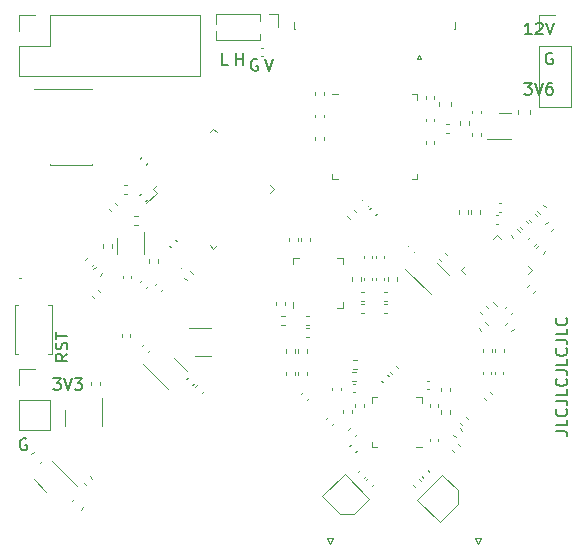
<source format=gbr>
%TF.GenerationSoftware,KiCad,Pcbnew,(6.0.4)*%
%TF.CreationDate,2023-05-19T00:46:40+09:00*%
%TF.ProjectId,RFB,5246422e-6b69-4636-9164-5f7063625858,rev?*%
%TF.SameCoordinates,Original*%
%TF.FileFunction,Legend,Top*%
%TF.FilePolarity,Positive*%
%FSLAX46Y46*%
G04 Gerber Fmt 4.6, Leading zero omitted, Abs format (unit mm)*
G04 Created by KiCad (PCBNEW (6.0.4)) date 2023-05-19 00:46:40*
%MOMM*%
%LPD*%
G01*
G04 APERTURE LIST*
%ADD10C,0.160000*%
%ADD11C,0.120000*%
%ADD12C,0.100000*%
G04 APERTURE END LIST*
D10*
X79055980Y-92071247D02*
X79770266Y-92071247D01*
X79913123Y-92118866D01*
X80008361Y-92214104D01*
X80055980Y-92356961D01*
X80055980Y-92452200D01*
X80055980Y-91118866D02*
X80055980Y-91595057D01*
X79055980Y-91595057D01*
X79960742Y-90214104D02*
X80008361Y-90261723D01*
X80055980Y-90404580D01*
X80055980Y-90499819D01*
X80008361Y-90642676D01*
X79913123Y-90737914D01*
X79817885Y-90785533D01*
X79627409Y-90833152D01*
X79484552Y-90833152D01*
X79294076Y-90785533D01*
X79198838Y-90737914D01*
X79103600Y-90642676D01*
X79055980Y-90499819D01*
X79055980Y-90404580D01*
X79103600Y-90261723D01*
X79151219Y-90214104D01*
X79055980Y-89499819D02*
X79770266Y-89499819D01*
X79913123Y-89547438D01*
X80008361Y-89642676D01*
X80055980Y-89785533D01*
X80055980Y-89880771D01*
X80055980Y-88547438D02*
X80055980Y-89023628D01*
X79055980Y-89023628D01*
X79960742Y-87642676D02*
X80008361Y-87690295D01*
X80055980Y-87833152D01*
X80055980Y-87928390D01*
X80008361Y-88071247D01*
X79913123Y-88166485D01*
X79817885Y-88214104D01*
X79627409Y-88261723D01*
X79484552Y-88261723D01*
X79294076Y-88214104D01*
X79198838Y-88166485D01*
X79103600Y-88071247D01*
X79055980Y-87928390D01*
X79055980Y-87833152D01*
X79103600Y-87690295D01*
X79151219Y-87642676D01*
X79055980Y-86928390D02*
X79770266Y-86928390D01*
X79913123Y-86976009D01*
X80008361Y-87071247D01*
X80055980Y-87214104D01*
X80055980Y-87309342D01*
X80055980Y-85976009D02*
X80055980Y-86452200D01*
X79055980Y-86452200D01*
X79960742Y-85071247D02*
X80008361Y-85118866D01*
X80055980Y-85261723D01*
X80055980Y-85356961D01*
X80008361Y-85499819D01*
X79913123Y-85595057D01*
X79817885Y-85642676D01*
X79627409Y-85690295D01*
X79484552Y-85690295D01*
X79294076Y-85642676D01*
X79198838Y-85595057D01*
X79103600Y-85499819D01*
X79055980Y-85356961D01*
X79055980Y-85261723D01*
X79103600Y-85118866D01*
X79151219Y-85071247D01*
X79055980Y-84356961D02*
X79770266Y-84356961D01*
X79913123Y-84404580D01*
X80008361Y-84499819D01*
X80055980Y-84642676D01*
X80055980Y-84737914D01*
X80055980Y-83404580D02*
X80055980Y-83880771D01*
X79055980Y-83880771D01*
X79960742Y-82499819D02*
X80008361Y-82547438D01*
X80055980Y-82690295D01*
X80055980Y-82785533D01*
X80008361Y-82928390D01*
X79913123Y-83023628D01*
X79817885Y-83071247D01*
X79627409Y-83118866D01*
X79484552Y-83118866D01*
X79294076Y-83071247D01*
X79198838Y-83023628D01*
X79103600Y-82928390D01*
X79055980Y-82785533D01*
X79055980Y-82690295D01*
X79103600Y-82547438D01*
X79151219Y-82499819D01*
X34241504Y-92743400D02*
X34146266Y-92695780D01*
X34003409Y-92695780D01*
X33860552Y-92743400D01*
X33765314Y-92838638D01*
X33717695Y-92933876D01*
X33670076Y-93124352D01*
X33670076Y-93267209D01*
X33717695Y-93457685D01*
X33765314Y-93552923D01*
X33860552Y-93648161D01*
X34003409Y-93695780D01*
X34098647Y-93695780D01*
X34241504Y-93648161D01*
X34289123Y-93600542D01*
X34289123Y-93267209D01*
X34098647Y-93267209D01*
X54479866Y-60564780D02*
X54813200Y-61564780D01*
X55146533Y-60564780D01*
X53805104Y-60612400D02*
X53709866Y-60564780D01*
X53567009Y-60564780D01*
X53424152Y-60612400D01*
X53328914Y-60707638D01*
X53281295Y-60802876D01*
X53233676Y-60993352D01*
X53233676Y-61136209D01*
X53281295Y-61326685D01*
X53328914Y-61421923D01*
X53424152Y-61517161D01*
X53567009Y-61564780D01*
X53662247Y-61564780D01*
X53805104Y-61517161D01*
X53852723Y-61469542D01*
X53852723Y-61136209D01*
X53662247Y-61136209D01*
X51987485Y-61056780D02*
X51987485Y-60056780D01*
X51987485Y-60532971D02*
X52558914Y-60532971D01*
X52558914Y-61056780D02*
X52558914Y-60056780D01*
X76397952Y-62596780D02*
X77017000Y-62596780D01*
X76683666Y-62977733D01*
X76826523Y-62977733D01*
X76921761Y-63025352D01*
X76969380Y-63072971D01*
X77017000Y-63168209D01*
X77017000Y-63406304D01*
X76969380Y-63501542D01*
X76921761Y-63549161D01*
X76826523Y-63596780D01*
X76540809Y-63596780D01*
X76445571Y-63549161D01*
X76397952Y-63501542D01*
X77302714Y-62596780D02*
X77636047Y-63596780D01*
X77969380Y-62596780D01*
X78731285Y-62596780D02*
X78540809Y-62596780D01*
X78445571Y-62644400D01*
X78397952Y-62692019D01*
X78302714Y-62834876D01*
X78255095Y-63025352D01*
X78255095Y-63406304D01*
X78302714Y-63501542D01*
X78350333Y-63549161D01*
X78445571Y-63596780D01*
X78636047Y-63596780D01*
X78731285Y-63549161D01*
X78778904Y-63501542D01*
X78826523Y-63406304D01*
X78826523Y-63168209D01*
X78778904Y-63072971D01*
X78731285Y-63025352D01*
X78636047Y-62977733D01*
X78445571Y-62977733D01*
X78350333Y-63025352D01*
X78302714Y-63072971D01*
X78255095Y-63168209D01*
X78778904Y-60079000D02*
X78683666Y-60031380D01*
X78540809Y-60031380D01*
X78397952Y-60079000D01*
X78302714Y-60174238D01*
X78255095Y-60269476D01*
X78207476Y-60459952D01*
X78207476Y-60602809D01*
X78255095Y-60793285D01*
X78302714Y-60888523D01*
X78397952Y-60983761D01*
X78540809Y-61031380D01*
X78636047Y-61031380D01*
X78778904Y-60983761D01*
X78826523Y-60936142D01*
X78826523Y-60602809D01*
X78636047Y-60602809D01*
X36518057Y-87590380D02*
X37137104Y-87590380D01*
X36803771Y-87971333D01*
X36946628Y-87971333D01*
X37041866Y-88018952D01*
X37089485Y-88066571D01*
X37137104Y-88161809D01*
X37137104Y-88399904D01*
X37089485Y-88495142D01*
X37041866Y-88542761D01*
X36946628Y-88590380D01*
X36660914Y-88590380D01*
X36565676Y-88542761D01*
X36518057Y-88495142D01*
X37422819Y-87590380D02*
X37756152Y-88590380D01*
X38089485Y-87590380D01*
X38327580Y-87590380D02*
X38946628Y-87590380D01*
X38613295Y-87971333D01*
X38756152Y-87971333D01*
X38851390Y-88018952D01*
X38899009Y-88066571D01*
X38946628Y-88161809D01*
X38946628Y-88399904D01*
X38899009Y-88495142D01*
X38851390Y-88542761D01*
X38756152Y-88590380D01*
X38470438Y-88590380D01*
X38375200Y-88542761D01*
X38327580Y-88495142D01*
X37714180Y-85536019D02*
X37237990Y-85869352D01*
X37714180Y-86107447D02*
X36714180Y-86107447D01*
X36714180Y-85726495D01*
X36761800Y-85631257D01*
X36809419Y-85583638D01*
X36904657Y-85536019D01*
X37047514Y-85536019D01*
X37142752Y-85583638D01*
X37190371Y-85631257D01*
X37237990Y-85726495D01*
X37237990Y-86107447D01*
X37666561Y-85155066D02*
X37714180Y-85012209D01*
X37714180Y-84774114D01*
X37666561Y-84678876D01*
X37618942Y-84631257D01*
X37523704Y-84583638D01*
X37428466Y-84583638D01*
X37333228Y-84631257D01*
X37285609Y-84678876D01*
X37237990Y-84774114D01*
X37190371Y-84964590D01*
X37142752Y-85059828D01*
X37095133Y-85107447D01*
X36999895Y-85155066D01*
X36904657Y-85155066D01*
X36809419Y-85107447D01*
X36761800Y-85059828D01*
X36714180Y-84964590D01*
X36714180Y-84726495D01*
X36761800Y-84583638D01*
X36714180Y-84297923D02*
X36714180Y-83726495D01*
X37714180Y-84012209D02*
X36714180Y-84012209D01*
X77017000Y-58491380D02*
X76445571Y-58491380D01*
X76731285Y-58491380D02*
X76731285Y-57491380D01*
X76636047Y-57634238D01*
X76540809Y-57729476D01*
X76445571Y-57777095D01*
X77397952Y-57586619D02*
X77445571Y-57539000D01*
X77540809Y-57491380D01*
X77778904Y-57491380D01*
X77874142Y-57539000D01*
X77921761Y-57586619D01*
X77969380Y-57681857D01*
X77969380Y-57777095D01*
X77921761Y-57919952D01*
X77350333Y-58491380D01*
X77969380Y-58491380D01*
X78255095Y-57491380D02*
X78588428Y-58491380D01*
X78921761Y-57491380D01*
X51287323Y-61056780D02*
X50811133Y-61056780D01*
X50811133Y-60056780D01*
D11*
%TO.C,U11*%
X49770602Y-66790087D02*
X50088800Y-66471889D01*
X55194111Y-71577200D02*
X54875913Y-71259002D01*
X45301687Y-71895398D02*
X44389519Y-72807566D01*
X50088800Y-66471889D02*
X50406998Y-66790087D01*
X54875913Y-71895398D02*
X55194111Y-71577200D01*
X44983489Y-71577200D02*
X45301687Y-71895398D01*
X50406998Y-76364313D02*
X50088800Y-76682511D01*
X45301687Y-71259002D02*
X44983489Y-71577200D01*
X50088800Y-76682511D02*
X49770602Y-76364313D01*
D12*
%TO.C,U1*%
X33667400Y-79158800D02*
X33667400Y-79158800D01*
X33767400Y-79158800D02*
X33767400Y-79158800D01*
X33667400Y-79158800D02*
G75*
G03*
X33767400Y-79158800I50000J0D01*
G01*
X33767400Y-79158800D02*
G75*
G03*
X33667400Y-79158800I-50000J0D01*
G01*
D11*
%TO.C,R9*%
X43689241Y-74649600D02*
X43381959Y-74649600D01*
X43689241Y-73889600D02*
X43381959Y-73889600D01*
%TO.C,C74*%
X61572479Y-93379104D02*
X61724982Y-93226601D01*
X62081596Y-93888221D02*
X62234099Y-93735718D01*
%TO.C,C31*%
X44059282Y-79307401D02*
X43906779Y-79459904D01*
X44568399Y-79816518D02*
X44415896Y-79969021D01*
%TO.C,J1*%
X72203500Y-101138400D02*
X72453500Y-101638400D01*
X72453500Y-101638400D02*
X72703500Y-101138400D01*
X72703500Y-101138400D02*
X72203500Y-101138400D01*
%TO.C,R31*%
X72886300Y-85421441D02*
X72886300Y-85114159D01*
X73646300Y-85421441D02*
X73646300Y-85114159D01*
%TO.C,R21*%
X62563859Y-81297200D02*
X62871141Y-81297200D01*
X62563859Y-82057200D02*
X62871141Y-82057200D01*
%TO.C,C55*%
X63832700Y-77223364D02*
X63832700Y-77439036D01*
X64552700Y-77223364D02*
X64552700Y-77439036D01*
%TO.C,R46*%
X39843917Y-96126316D02*
X39626636Y-95909035D01*
X39306516Y-96663717D02*
X39089235Y-96446436D01*
%TO.C,C65*%
X68372936Y-88548800D02*
X68157264Y-88548800D01*
X68372936Y-87828800D02*
X68157264Y-87828800D01*
%TO.C,C53*%
X56138400Y-81146764D02*
X56138400Y-81362436D01*
X55418400Y-81146764D02*
X55418400Y-81362436D01*
%TO.C,J2*%
X60181300Y-101138400D02*
X59681300Y-101138400D01*
X59681300Y-101138400D02*
X59931300Y-101638400D01*
X59931300Y-101638400D02*
X60181300Y-101138400D01*
%TO.C,C12*%
X72014700Y-64939564D02*
X72014700Y-65155236D01*
X72734700Y-64939564D02*
X72734700Y-65155236D01*
%TO.C,U10*%
X38558504Y-96697242D02*
X36437183Y-94575921D01*
X35928066Y-97206359D02*
X34867406Y-96145698D01*
%TO.C,R6*%
X44654200Y-77519559D02*
X44654200Y-77826841D01*
X45414200Y-77519559D02*
X45414200Y-77826841D01*
%TO.C,C89*%
X38833299Y-98722240D02*
X39032110Y-98523429D01*
X38112050Y-98000991D02*
X38310861Y-97802180D01*
%TO.C,C35*%
X58695000Y-63392164D02*
X58695000Y-63607836D01*
X59415000Y-63392164D02*
X59415000Y-63607836D01*
%TO.C,C36*%
X58695000Y-65297164D02*
X58695000Y-65512836D01*
X59415000Y-65297164D02*
X59415000Y-65512836D01*
%TO.C,C61*%
X62450683Y-95356656D02*
X62298180Y-95509159D01*
X62959800Y-95865773D02*
X62807297Y-96018276D01*
%TO.C,C72*%
X60862800Y-88411164D02*
X60862800Y-88626836D01*
X60142800Y-88411164D02*
X60142800Y-88626836D01*
%TO.C,R71*%
X72754700Y-67129441D02*
X72754700Y-66822159D01*
X71994700Y-67129441D02*
X71994700Y-66822159D01*
%TO.C,C79*%
X73626300Y-87283236D02*
X73626300Y-87067564D01*
X72906300Y-87283236D02*
X72906300Y-87067564D01*
%TO.C,J8*%
X36233400Y-69554400D02*
X39763400Y-69554400D01*
X36233400Y-69489400D02*
X36233400Y-69554400D01*
X36233400Y-63084400D02*
X36233400Y-63149400D01*
X36233400Y-63084400D02*
X39763400Y-63084400D01*
X34908400Y-63149400D02*
X36233400Y-63149400D01*
X39763400Y-69489400D02*
X39763400Y-69554400D01*
X39763400Y-63084400D02*
X39763400Y-63149400D01*
%TO.C,R13*%
X57239900Y-85443641D02*
X57239900Y-85136359D01*
X57999900Y-85443641D02*
X57999900Y-85136359D01*
%TO.C,R62*%
X39463940Y-77372059D02*
X39246659Y-77589340D01*
X40001341Y-77909460D02*
X39784060Y-78126741D01*
%TO.C,J9*%
X33620400Y-88138000D02*
X33620400Y-86808000D01*
X33620400Y-92008000D02*
X36280400Y-92008000D01*
X33620400Y-89408000D02*
X33620400Y-92008000D01*
X33620400Y-86808000D02*
X34950400Y-86808000D01*
X36280400Y-89408000D02*
X36280400Y-92008000D01*
X33620400Y-89408000D02*
X36280400Y-89408000D01*
%TO.C,C15*%
X42337400Y-83861964D02*
X42337400Y-84077636D01*
X43057400Y-83861964D02*
X43057400Y-84077636D01*
%TO.C,R11*%
X61625440Y-74088141D02*
X61408159Y-73870860D01*
X62162841Y-73550740D02*
X61945560Y-73333459D01*
%TO.C,U22*%
X46784289Y-85905311D02*
X47844949Y-86965972D01*
X44153851Y-86414428D02*
X46275172Y-88535749D01*
%TO.C,R17*%
X62540700Y-79339641D02*
X62540700Y-79032359D01*
X61780700Y-79339641D02*
X61780700Y-79032359D01*
%TO.C,R15*%
X57885359Y-83389200D02*
X58192641Y-83389200D01*
X57885359Y-84149200D02*
X58192641Y-84149200D01*
%TO.C,R25*%
X61923959Y-86790800D02*
X62231241Y-86790800D01*
X61923959Y-86030800D02*
X62231241Y-86030800D01*
%TO.C,C40*%
X63284710Y-72898507D02*
X63132207Y-73051010D01*
X62775593Y-72389390D02*
X62623090Y-72541893D01*
%TO.C,C82*%
X73994064Y-74502600D02*
X74209736Y-74502600D01*
X73994064Y-73782600D02*
X74209736Y-73782600D01*
%TO.C,U7*%
X56834700Y-77433600D02*
X57309700Y-77433600D01*
X61054700Y-81178600D02*
X61054700Y-81653600D01*
X56834700Y-77908600D02*
X56834700Y-77433600D01*
X61054700Y-77433600D02*
X60579700Y-77433600D01*
X61054700Y-77908600D02*
X61054700Y-77433600D01*
X61054700Y-81653600D02*
X60579700Y-81653600D01*
X56834700Y-81178600D02*
X56834700Y-81653600D01*
%TO.C,U12*%
X49899800Y-83371200D02*
X47999800Y-83371200D01*
X48499800Y-85691200D02*
X49899800Y-85691200D01*
%TO.C,C44*%
X68049800Y-67758736D02*
X68049800Y-67543064D01*
X68769800Y-67758736D02*
X68769800Y-67543064D01*
%TO.C,C143*%
X44688421Y-85208296D02*
X44535918Y-85360799D01*
X44179304Y-84699179D02*
X44026801Y-84851682D01*
%TO.C,C51*%
X56963900Y-87298236D02*
X56963900Y-87082564D01*
X56243900Y-87298236D02*
X56243900Y-87082564D01*
%TO.C,C57*%
X63536700Y-79102964D02*
X63536700Y-79318636D01*
X62816700Y-79102964D02*
X62816700Y-79318636D01*
%TO.C,C6*%
X41274390Y-73254107D02*
X41426893Y-73406610D01*
X41783507Y-72744990D02*
X41936010Y-72897493D01*
%TO.C,R20*%
X64494259Y-81041200D02*
X64801541Y-81041200D01*
X64494259Y-80281200D02*
X64801541Y-80281200D01*
%TO.C,C45*%
X68049800Y-63733064D02*
X68049800Y-63948736D01*
X68769800Y-63733064D02*
X68769800Y-63948736D01*
%TO.C,C101*%
X46328990Y-76378307D02*
X46481493Y-76530810D01*
X46838107Y-75869190D02*
X46990610Y-76021693D01*
%TO.C,U20*%
X68971189Y-77830157D02*
X70031849Y-78890818D01*
X66340751Y-78339274D02*
X68462072Y-80460595D01*
%TO.C,C86*%
X77348410Y-73691433D02*
X77500913Y-73843936D01*
X76839293Y-74200550D02*
X76991796Y-74353053D01*
%TO.C,C41*%
X63945110Y-73660507D02*
X63792607Y-73813010D01*
X63435993Y-73151390D02*
X63283490Y-73303893D01*
%TO.C,R70*%
X71738700Y-66168241D02*
X71738700Y-65860959D01*
X70978700Y-66168241D02*
X70978700Y-65860959D01*
%TO.C,C81*%
X73139807Y-81507990D02*
X73292310Y-81660493D01*
X72630690Y-82017107D02*
X72783193Y-82169610D01*
%TO.C,SW1*%
X36093400Y-81419800D02*
X36393400Y-81419800D01*
X33253400Y-85559800D02*
X33253400Y-81419800D01*
X33553400Y-85559800D02*
X33253400Y-85559800D01*
X36393400Y-81419800D02*
X36393400Y-85559800D01*
X36393400Y-85559800D02*
X36093400Y-85559800D01*
X33253400Y-81419800D02*
X33553400Y-81419800D01*
%TO.C,U9*%
X71405585Y-78801593D02*
X71069709Y-78465717D01*
X76701815Y-78129841D02*
X77037691Y-78465717D01*
X77037691Y-78465717D02*
X76701815Y-78801593D01*
X74389576Y-75817602D02*
X74053700Y-75481726D01*
X71069709Y-78465717D02*
X71405585Y-78129841D01*
X73717824Y-81113832D02*
X74053700Y-81449708D01*
X74053700Y-75481726D02*
X73717824Y-75817602D01*
%TO.C,C47*%
X60252899Y-91398918D02*
X60100396Y-91551421D01*
X59743782Y-90889801D02*
X59591279Y-91042304D01*
%TO.C,C85*%
X76018101Y-74812718D02*
X76170604Y-74965221D01*
X76527218Y-74303601D02*
X76679721Y-74456104D01*
%TO.C,R54*%
X48543059Y-88333540D02*
X48760340Y-88116259D01*
X49080460Y-88870941D02*
X49297741Y-88653660D01*
%TO.C,C2*%
X42538764Y-71962600D02*
X42754436Y-71962600D01*
X42538764Y-71242600D02*
X42754436Y-71242600D01*
%TO.C,R16*%
X55802559Y-82347800D02*
X56109841Y-82347800D01*
X55802559Y-83107800D02*
X56109841Y-83107800D01*
%TO.C,C52*%
X57931164Y-82367800D02*
X58146836Y-82367800D01*
X57931164Y-83087800D02*
X58146836Y-83087800D01*
%TO.C,C58*%
X64552700Y-79108164D02*
X64552700Y-79323836D01*
X63832700Y-79108164D02*
X63832700Y-79323836D01*
%TO.C,R39*%
X77165184Y-80382317D02*
X77382465Y-80165036D01*
X76627783Y-79844916D02*
X76845064Y-79627635D01*
%TO.C,C16*%
X43133600Y-79124636D02*
X43133600Y-78908964D01*
X42413600Y-79124636D02*
X42413600Y-78908964D01*
%TO.C,R42*%
X57475900Y-75704959D02*
X57475900Y-76012241D01*
X58235900Y-75704959D02*
X58235900Y-76012241D01*
%TO.C,C123*%
X69828699Y-77180882D02*
X69676196Y-77028379D01*
X69319582Y-77689999D02*
X69167079Y-77537496D01*
%TO.C,C77*%
X73175438Y-89469416D02*
X73022935Y-89316913D01*
X73684555Y-88960299D02*
X73532052Y-88807796D01*
%TO.C,IC9*%
X73255800Y-67366200D02*
X75255800Y-67366200D01*
X74255800Y-65146200D02*
X75255800Y-65146200D01*
%TO.C,C129*%
X47929293Y-87553190D02*
X47776790Y-87705693D01*
X48438410Y-88062307D02*
X48285907Y-88214810D01*
%TO.C,C83*%
X74250664Y-73512000D02*
X74466336Y-73512000D01*
X74250664Y-72792000D02*
X74466336Y-72792000D01*
%TO.C,C66*%
X62084500Y-89789364D02*
X62084500Y-90005036D01*
X62804500Y-89789364D02*
X62804500Y-90005036D01*
%TO.C,C71*%
X70430204Y-93812021D02*
X70277701Y-93659518D01*
X70939321Y-93302904D02*
X70786818Y-93150401D01*
%TO.C,J7*%
X36220400Y-56836000D02*
X48980400Y-56836000D01*
X36220400Y-59436000D02*
X36220400Y-56836000D01*
X33620400Y-62036000D02*
X48980400Y-62036000D01*
X33620400Y-59436000D02*
X36220400Y-59436000D01*
X33620400Y-56836000D02*
X34950400Y-56836000D01*
X33620400Y-58166000D02*
X33620400Y-56836000D01*
X33620400Y-62036000D02*
X33620400Y-59436000D01*
X48980400Y-62036000D02*
X48980400Y-56836000D01*
%TO.C,FL2*%
X67359543Y-97870666D02*
X69445508Y-95784701D01*
X69233376Y-99744499D02*
X67359543Y-97870666D01*
X70753656Y-98224219D02*
X69233376Y-99744499D01*
X69445508Y-95784701D02*
X70753656Y-97092849D01*
X70753656Y-97092849D02*
X70753656Y-98224219D01*
%TO.C,C64*%
X64308458Y-87806317D02*
X64460961Y-87958820D01*
X64817575Y-87297200D02*
X64970078Y-87449703D01*
%TO.C,R28*%
X70115700Y-90295759D02*
X70115700Y-90603041D01*
X69355700Y-90295759D02*
X69355700Y-90603041D01*
%TO.C,C63*%
X65688499Y-86731282D02*
X65535996Y-86578779D01*
X65179382Y-87240399D02*
X65026879Y-87087896D01*
%TO.C,R30*%
X73902300Y-85421441D02*
X73902300Y-85114159D01*
X74662300Y-85421441D02*
X74662300Y-85114159D01*
%TO.C,C133*%
X67180121Y-76802942D02*
X67027618Y-76955445D01*
X66671004Y-76293825D02*
X66518501Y-76446328D01*
%TO.C,C120*%
X75893200Y-65215380D02*
X75893200Y-64934220D01*
X76913200Y-65215380D02*
X76913200Y-64934220D01*
%TO.C,R38*%
X77410159Y-76547940D02*
X77627440Y-76330659D01*
X77947560Y-77085341D02*
X78164841Y-76868060D01*
%TO.C,C60*%
X68365996Y-95553198D02*
X68213493Y-95400695D01*
X67856879Y-96062315D02*
X67704376Y-95909812D01*
%TO.C,C62*%
X63020279Y-96223904D02*
X63172782Y-96071401D01*
X63529396Y-96733021D02*
X63681899Y-96580518D01*
%TO.C,U8*%
X63959100Y-89232400D02*
X63484100Y-89232400D01*
X67229100Y-93452400D02*
X67704100Y-93452400D01*
X63484100Y-89232400D02*
X63484100Y-89707400D01*
X67704100Y-89232400D02*
X67704100Y-89707400D01*
X67229100Y-89232400D02*
X67704100Y-89232400D01*
X63959100Y-93452400D02*
X63484100Y-93452400D01*
X63484100Y-93452400D02*
X63484100Y-92977400D01*
%TO.C,R8*%
X40124340Y-78159459D02*
X39907059Y-78376740D01*
X40661741Y-78696860D02*
X40444460Y-78914141D01*
%TO.C,R40*%
X71921100Y-73379359D02*
X71921100Y-73686641D01*
X72681100Y-73379359D02*
X72681100Y-73686641D01*
%TO.C,R24*%
X61833059Y-87806800D02*
X62140341Y-87806800D01*
X61833059Y-87046800D02*
X62140341Y-87046800D01*
%TO.C,R43*%
X56459900Y-76012241D02*
X56459900Y-75704959D01*
X57219900Y-76012241D02*
X57219900Y-75704959D01*
%TO.C,R22*%
X64803541Y-81297200D02*
X64496259Y-81297200D01*
X64803541Y-82057200D02*
X64496259Y-82057200D01*
%TO.C,R14*%
X56223900Y-85441641D02*
X56223900Y-85134359D01*
X56983900Y-85441641D02*
X56983900Y-85134359D01*
%TO.C,J6*%
X77664000Y-59486800D02*
X80324000Y-59486800D01*
X77664000Y-59486800D02*
X77664000Y-64626800D01*
X80324000Y-59486800D02*
X80324000Y-64626800D01*
X77664000Y-58216800D02*
X77664000Y-56886800D01*
X77664000Y-56886800D02*
X78994000Y-56886800D01*
X77664000Y-64626800D02*
X80324000Y-64626800D01*
%TO.C,C14*%
X45685896Y-80197621D02*
X45838399Y-80045118D01*
X45176779Y-79688504D02*
X45329282Y-79536001D01*
%TO.C,C94*%
X43830579Y-69045904D02*
X43983082Y-68893401D01*
X44339696Y-69555021D02*
X44492199Y-69402518D01*
%TO.C,R45*%
X40461200Y-88188042D02*
X40461200Y-87880760D01*
X39701200Y-88188042D02*
X39701200Y-87880760D01*
%TO.C,C78*%
X73922300Y-87283236D02*
X73922300Y-87067564D01*
X74642300Y-87283236D02*
X74642300Y-87067564D01*
%TO.C,R35*%
X78246065Y-73123964D02*
X78028784Y-72906683D01*
X77708664Y-73661365D02*
X77491383Y-73444084D01*
%TO.C,C18*%
X40453599Y-80305082D02*
X40301096Y-80152579D01*
X39944482Y-80814199D02*
X39791979Y-80661696D01*
%TO.C,R37*%
X78151783Y-74561716D02*
X78369064Y-74344435D01*
X78689184Y-75099117D02*
X78906465Y-74881836D01*
%TO.C,R19*%
X62873141Y-80281200D02*
X62565859Y-80281200D01*
X62873141Y-81041200D02*
X62565859Y-81041200D01*
%TO.C,C49*%
X58167641Y-89317337D02*
X58015138Y-89469840D01*
X57658524Y-88808220D02*
X57506021Y-88960723D01*
%TO.C,C130*%
X69780264Y-66806400D02*
X69995936Y-66806400D01*
X69780264Y-66086400D02*
X69995936Y-66086400D01*
%TO.C,Q1*%
X40676000Y-90982800D02*
X40676000Y-89307800D01*
X40676000Y-90982800D02*
X40676000Y-91632800D01*
X37556000Y-90982800D02*
X37556000Y-91632800D01*
X37556000Y-90982800D02*
X37556000Y-90332800D01*
%TO.C,R36*%
X76911216Y-75624483D02*
X76693935Y-75841764D01*
X77448617Y-76161884D02*
X77231336Y-76379165D01*
%TO.C,U5*%
X41918397Y-75722400D02*
X41918397Y-77122400D01*
X44238397Y-77122400D02*
X44238397Y-75222400D01*
%TO.C,C80*%
X74798901Y-81676682D02*
X74951404Y-81524179D01*
X75308018Y-82185799D02*
X75460521Y-82033296D01*
%TO.C,C37*%
X58695000Y-67202164D02*
X58695000Y-67417836D01*
X59415000Y-67202164D02*
X59415000Y-67417836D01*
%TO.C,C67*%
X62083836Y-88082800D02*
X61868164Y-88082800D01*
X62083836Y-88802800D02*
X61868164Y-88802800D01*
%TO.C,R34*%
X76026217Y-75196716D02*
X75808936Y-74979435D01*
X75488816Y-75734117D02*
X75271535Y-75516836D01*
%TO.C,R32*%
X74773583Y-83096116D02*
X74990864Y-82878835D01*
X75310984Y-83633517D02*
X75528265Y-83416236D01*
%TO.C,C139*%
X69174900Y-64529580D02*
X69174900Y-64248420D01*
X70194900Y-64529580D02*
X70194900Y-64248420D01*
%TO.C,R41*%
X70883700Y-73686641D02*
X70883700Y-73379359D01*
X71643700Y-73686641D02*
X71643700Y-73379359D01*
%TO.C,IC3*%
X66871200Y-63532900D02*
X67346200Y-63532900D01*
X67346200Y-63532900D02*
X67346200Y-64007900D01*
X66871200Y-70752900D02*
X67346200Y-70752900D01*
X67346200Y-70752900D02*
X67346200Y-70277900D01*
X60601200Y-70752900D02*
X60126200Y-70752900D01*
X60601200Y-63532900D02*
X60126200Y-63532900D01*
X60126200Y-70752900D02*
X60126200Y-70277900D01*
%TO.C,R33*%
X73091136Y-82853435D02*
X73308417Y-83070716D01*
X72553735Y-83390836D02*
X72771016Y-83608117D01*
%TO.C,C92*%
X54311436Y-59609400D02*
X54095764Y-59609400D01*
X54311436Y-60329400D02*
X54095764Y-60329400D01*
%TO.C,R27*%
X61722016Y-91753483D02*
X61504735Y-91970764D01*
X62259417Y-92290884D02*
X62042136Y-92508165D01*
%TO.C,C46*%
X68769800Y-65635464D02*
X68769800Y-65851136D01*
X68049800Y-65635464D02*
X68049800Y-65851136D01*
%TO.C,R29*%
X61809900Y-90270359D02*
X61809900Y-90577641D01*
X61049900Y-90270359D02*
X61049900Y-90577641D01*
%TO.C,C59*%
X66989633Y-96631909D02*
X67142136Y-96784412D01*
X67498750Y-96122792D02*
X67651253Y-96275295D01*
%TO.C,C73*%
X69375700Y-88436564D02*
X69375700Y-88652236D01*
X70095700Y-88436564D02*
X70095700Y-88652236D01*
%TO.C,R10*%
X41502600Y-76272959D02*
X41502600Y-76580241D01*
X40742600Y-76272959D02*
X40742600Y-76580241D01*
%TO.C,C75*%
X71090604Y-91551421D02*
X70938101Y-91398918D01*
X71599721Y-91042304D02*
X71447218Y-90889801D01*
%TO.C,R18*%
X65588700Y-79339641D02*
X65588700Y-79032359D01*
X64828700Y-79339641D02*
X64828700Y-79032359D01*
%TO.C,FL3*%
X61184273Y-95726179D02*
X63270238Y-97812144D01*
X60830720Y-99120292D02*
X59310440Y-97600012D01*
X61962090Y-99120292D02*
X60830720Y-99120292D01*
X59310440Y-97600012D02*
X61184273Y-95726179D01*
X63270238Y-97812144D02*
X61962090Y-99120292D01*
%TO.C,C68*%
X68383700Y-89789364D02*
X68383700Y-90005036D01*
X69103700Y-89789364D02*
X69103700Y-90005036D01*
%TO.C,C50*%
X57979900Y-87303436D02*
X57979900Y-87087764D01*
X57259900Y-87303436D02*
X57259900Y-87087764D01*
%TO.C,C88*%
X35389419Y-94770230D02*
X35588230Y-94571419D01*
X34668170Y-94048981D02*
X34866981Y-93850170D01*
%TO.C,J5*%
X54053200Y-58996600D02*
X50308200Y-58996600D01*
X55573200Y-56776600D02*
X55573200Y-57886600D01*
X54053200Y-56776600D02*
X54053200Y-57323129D01*
X50308200Y-58194130D02*
X50308200Y-58996600D01*
X54813200Y-56776600D02*
X55573200Y-56776600D01*
X54053200Y-56776600D02*
X50308200Y-56776600D01*
X50308200Y-56776600D02*
X50308200Y-57579070D01*
X54053200Y-58450071D02*
X54053200Y-58996600D01*
%TO.C,R26*%
X70932136Y-91845035D02*
X71149417Y-92062316D01*
X70394735Y-92382436D02*
X70612016Y-92599717D01*
%TO.C,J4*%
X67278600Y-60595600D02*
X67678600Y-60595600D01*
X70553600Y-58005600D02*
X70553600Y-57405600D01*
X57013600Y-58005600D02*
X56903600Y-58005600D01*
X56903600Y-58005600D02*
X56903600Y-57405600D01*
X67678600Y-60595600D02*
X67478600Y-60195600D01*
X67478600Y-60195600D02*
X67278600Y-60595600D01*
X70443600Y-58005600D02*
X70553600Y-58005600D01*
%TO.C,C70*%
X68385100Y-92942236D02*
X68385100Y-92726564D01*
X69105100Y-92942236D02*
X69105100Y-92726564D01*
%TO.C,C54*%
X62816700Y-77223364D02*
X62816700Y-77439036D01*
X63536700Y-77223364D02*
X63536700Y-77439036D01*
%TO.C,R53*%
X48140660Y-78565859D02*
X48357941Y-78783140D01*
X47603259Y-79103260D02*
X47820540Y-79320541D01*
D12*
%TO.C,D1*%
X47404346Y-78316946D02*
G75*
G03*
X47404346Y-78316946I-50000J0D01*
G01*
D11*
%TO.C,C93*%
X43932282Y-71966801D02*
X43779779Y-72119304D01*
X44441399Y-72475918D02*
X44288896Y-72628421D01*
%TD*%
M02*

</source>
